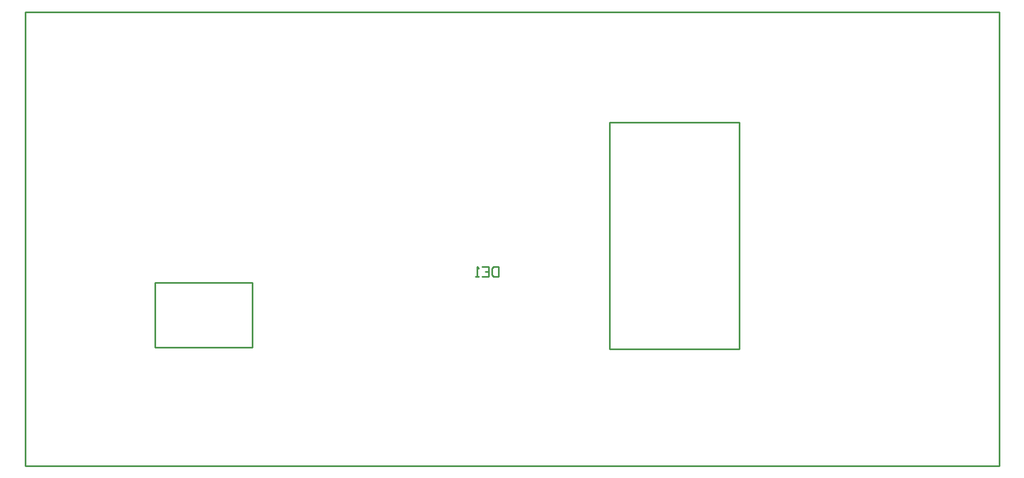
<source format=gbo>
G04*
G04 #@! TF.GenerationSoftware,Altium Limited,Altium Designer,19.0.4 (130)*
G04*
G04 Layer_Color=32896*
%FSTAX44Y44*%
%MOMM*%
G71*
G01*
G75*
%ADD10C,0.2540*%
D10*
X00729076Y00306937D02*
Y00291702D01*
X00721459D01*
X00718919Y00294241D01*
Y00304398D01*
X00721459Y00306937D01*
X00729076D01*
X00703684D02*
X00713841D01*
Y00291702D01*
X00703684D01*
X00713841Y00299319D02*
X00708763D01*
X00698606Y00291702D02*
X00693528D01*
X00696067D01*
Y00306937D01*
X00698606Y00304398D01*
X0035Y00182934D02*
Y00282934D01*
X002D02*
X0035D01*
X002Y00182934D02*
Y00282934D01*
Y00182934D02*
X0035D01*
X009Y0018D02*
Y0053D01*
X011D01*
X009Y0018D02*
X011D01*
X011D02*
Y0053D01*
X002Y00182939D02*
Y00282939D01*
Y00182939D02*
X0035D01*
Y00282944D01*
X003D02*
X0035D01*
X002D02*
X0035D01*
X0Y0D02*
Y007D01*
X015D01*
Y0D02*
Y007D01*
X0Y0D02*
X015D01*
M02*

</source>
